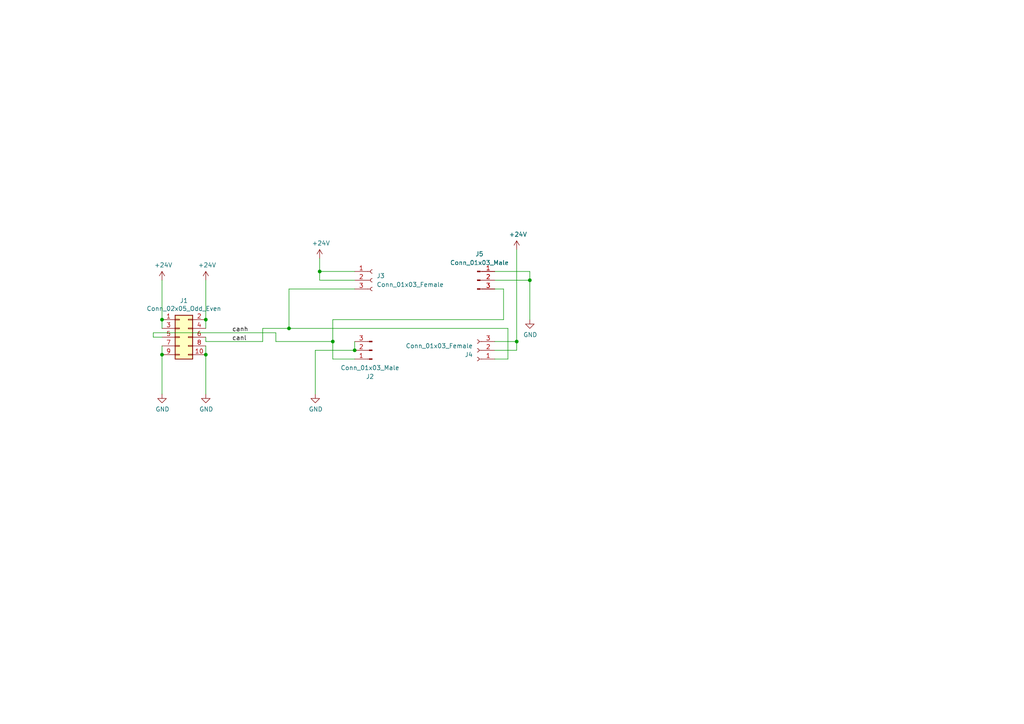
<source format=kicad_sch>
(kicad_sch (version 20211123) (generator eeschema)
  (paper "A4")
  (lib_symbols
    (symbol "Connector:Conn_01x03_Female" (pin_names (offset 1.016) hide)
      (property "Reference" "J" (at 0 5.08 0))
      (property "Value" "Conn_01x03_Female" (at 0 -5.08 0))
      (symbol "Conn_01x03_Female_1_1"
        (arc (start 0 -2.032) (mid -0.508 -2.54) (end 0 -3.048) (stroke (width 0.1524)))
        (polyline (pts (xy -1.27 -2.54) (xy -0.508 -2.54)) (stroke (width 0.1524)))
        (polyline (pts (xy -1.27 0) (xy -0.508 0)) (stroke (width 0.1524)))
        (polyline (pts (xy -1.27 2.54) (xy -0.508 2.54)) (stroke (width 0.1524)))
        (arc (start 0 0.508) (mid -0.508 0) (end 0 -0.508) (stroke (width 0.1524)))
        (arc (start 0 3.048) (mid -0.508 2.54) (end 0 2.032) (stroke (width 0.1524)))
        (pin passive line (at -5.08 2.54 0) (length 3.81) (name "Pin_1") (number "1"))
        (pin passive line (at -5.08 0 0) (length 3.81) (name "Pin_2") (number "2"))
        (pin passive line (at -5.08 -2.54 0) (length 3.81) (name "Pin_3") (number "3"))
      )
    )
    (symbol "Connector:Conn_01x03_Male" (pin_names (offset 1.016) hide)
      (property "Reference" "J" (at 0 5.08 0))
      (property "Value" "Conn_01x03_Male" (at 0 -5.08 0))
      (symbol "Conn_01x03_Male_1_1"
        (polyline (pts (xy 1.27 -2.54) (xy 0.8636 -2.54)) (stroke (width 0.1524)))
        (polyline (pts (xy 1.27 0) (xy 0.8636 0)) (stroke (width 0.1524)))
        (polyline (pts (xy 1.27 2.54) (xy 0.8636 2.54)) (stroke (width 0.1524)))
        (rectangle (start 0.8636 -2.413) (end 0 -2.667) (stroke (width 0.1524)) (fill (type outline)))
        (rectangle (start 0.8636 0.127) (end 0 -0.127) (stroke (width 0.1524)) (fill (type outline)))
        (rectangle (start 0.8636 2.667) (end 0 2.413) (stroke (width 0.1524)) (fill (type outline)))
        (pin passive line (at 5.08 2.54 180) (length 3.81) (name "Pin_1") (number "1"))
        (pin passive line (at 5.08 0 180) (length 3.81) (name "Pin_2") (number "2"))
        (pin passive line (at 5.08 -2.54 180) (length 3.81) (name "Pin_3") (number "3"))
      )
    )
    (symbol "Connector_Generic:Conn_02x05_Odd_Even" (pin_names (offset 1.016) hide)
      (property "Reference" "J" (at 1.27 7.62 0))
      (property "Value" "Conn_02x05_Odd_Even" (at 1.27 -7.62 0))
      (symbol "Conn_02x05_Odd_Even_1_1"
        (rectangle (start -1.27 -4.953) (end 0 -5.207) (stroke (width 0.1524)))
        (rectangle (start -1.27 -2.413) (end 0 -2.667) (stroke (width 0.1524)))
        (rectangle (start -1.27 0.127) (end 0 -0.127) (stroke (width 0.1524)))
        (rectangle (start -1.27 2.667) (end 0 2.413) (stroke (width 0.1524)))
        (rectangle (start -1.27 5.207) (end 0 4.953) (stroke (width 0.1524)))
        (rectangle (start -1.27 6.35) (end 3.81 -6.35) (stroke (width 0.254)) (fill (type background)))
        (rectangle (start 3.81 -4.953) (end 2.54 -5.207) (stroke (width 0.1524)))
        (rectangle (start 3.81 -2.413) (end 2.54 -2.667) (stroke (width 0.1524)))
        (rectangle (start 3.81 0.127) (end 2.54 -0.127) (stroke (width 0.1524)))
        (rectangle (start 3.81 2.667) (end 2.54 2.413) (stroke (width 0.1524)))
        (rectangle (start 3.81 5.207) (end 2.54 4.953) (stroke (width 0.1524)))
        (pin passive line (at -5.08 5.08 0) (length 3.81) (name "Pin_1") (number "1"))
        (pin passive line (at 7.62 -5.08 180) (length 3.81) (name "Pin_10") (number "10"))
        (pin passive line (at 7.62 5.08 180) (length 3.81) (name "Pin_2") (number "2"))
        (pin passive line (at -5.08 2.54 0) (length 3.81) (name "Pin_3") (number "3"))
        (pin passive line (at 7.62 2.54 180) (length 3.81) (name "Pin_4") (number "4"))
        (pin passive line (at -5.08 0 0) (length 3.81) (name "Pin_5") (number "5"))
        (pin passive line (at 7.62 0 180) (length 3.81) (name "Pin_6") (number "6"))
        (pin passive line (at -5.08 -2.54 0) (length 3.81) (name "Pin_7") (number "7"))
        (pin passive line (at 7.62 -2.54 180) (length 3.81) (name "Pin_8") (number "8"))
        (pin passive line (at -5.08 -5.08 0) (length 3.81) (name "Pin_9") (number "9"))
      )
    )
    (symbol "power:+24V" (power) (pin_names (offset 0))
      (property "Value" "+24V" (at 0 3.556 0))
      (symbol "+24V_0_1"
        (polyline (pts (xy -0.762 1.27) (xy 0 2.54)))
        (polyline (pts (xy 0 0) (xy 0 2.54)))
        (polyline (pts (xy 0 2.54) (xy 0.762 1.27)))
      )
      (symbol "+24V_1_1"
        (pin power_in line (at 0 0 90) (length 0) hide (name "+24V") (number "1"))
      )
    )
    (symbol "power:GND" (power) (pin_names (offset 0))
      (property "Value" "GND" (at 0 -3.81 0))
      (symbol "GND_0_1"
        (polyline (pts (xy 0 0) (xy 0 -1.27) (xy 1.27 -1.27) (xy 0 -2.54) (xy -1.27 -1.27) (xy 0 -1.27)))
      )
      (symbol "GND_1_1"
        (pin power_in line (at 0 0 270) (length 0) hide (name "GND") (number "1"))
      )
    )
  )
  (junction (at 149.86 99.06))
  (junction (at 96.52 99.06))
  (junction (at 46.99 92.71))
  (junction (at 102.87 101.6))
  (junction (at 59.69 92.71))
  (junction (at 153.67 81.28))
  (junction (at 59.69 102.87))
  (junction (at 46.99 102.87))
  (junction (at 92.71 78.74))
  (junction (at 83.82 95.25))
  (wire (pts (xy 92.71 78.74) (xy 92.71 81.28)))
  (wire (pts (xy 83.82 83.82) (xy 83.82 95.25)))
  (wire (pts (xy 143.51 78.74) (xy 153.67 78.74)))
  (wire (pts (xy 143.51 99.06) (xy 149.86 99.06)))
  (wire (pts (xy 44.45 97.79) (xy 46.99 97.79)))
  (wire (pts (xy 96.52 99.06) (xy 96.52 104.14)))
  (wire (pts (xy 92.71 74.93) (xy 92.71 78.74)))
  (wire (pts (xy 153.67 81.28) (xy 153.67 92.71)))
  (wire (pts (xy 153.67 78.74) (xy 153.67 81.28)))
  (wire (pts (xy 149.86 99.06) (xy 149.86 101.6)))
  (wire (pts (xy 59.69 102.87) (xy 59.69 114.3)))
  (wire (pts (xy 92.71 78.74) (xy 102.87 78.74)))
  (wire (pts (xy 59.69 95.25) (xy 59.69 92.71)))
  (wire (pts (xy 96.52 92.71) (xy 96.52 99.06)))
  (wire (pts (xy 59.69 92.71) (xy 59.69 81.28)))
  (wire (pts (xy 44.45 96.52) (xy 80.01 96.52)))
  (wire (pts (xy 46.99 92.71) (xy 46.99 81.28)))
  (wire (pts (xy 76.2 99.06) (xy 76.2 95.25)))
  (wire (pts (xy 83.82 83.82) (xy 102.87 83.82)))
  (wire (pts (xy 143.51 104.14) (xy 147.32 104.14)))
  (wire (pts (xy 44.45 96.52) (xy 44.45 97.79)))
  (wire (pts (xy 92.71 81.28) (xy 102.87 81.28)))
  (wire (pts (xy 46.99 100.33) (xy 46.99 102.87)))
  (wire (pts (xy 143.51 81.28) (xy 153.67 81.28)))
  (wire (pts (xy 80.01 99.06) (xy 80.01 96.52)))
  (wire (pts (xy 59.69 97.79) (xy 59.69 99.06)))
  (wire (pts (xy 143.51 83.82) (xy 146.05 83.82)))
  (wire (pts (xy 91.44 101.6) (xy 91.44 114.3)))
  (wire (pts (xy 46.99 102.87) (xy 46.99 114.3)))
  (wire (pts (xy 149.86 72.39) (xy 149.86 99.06)))
  (wire (pts (xy 91.44 101.6) (xy 102.87 101.6)))
  (wire (pts (xy 46.99 95.25) (xy 46.99 92.71)))
  (wire (pts (xy 76.2 95.25) (xy 83.82 95.25)))
  (wire (pts (xy 59.69 100.33) (xy 59.69 102.87)))
  (wire (pts (xy 59.69 99.06) (xy 76.2 99.06)))
  (wire (pts (xy 83.82 95.25) (xy 147.32 95.25)))
  (wire (pts (xy 102.87 104.14) (xy 96.52 104.14)))
  (wire (pts (xy 146.05 83.82) (xy 146.05 92.71)))
  (wire (pts (xy 96.52 92.71) (xy 146.05 92.71)))
  (wire (pts (xy 143.51 101.6) (xy 149.86 101.6)))
  (wire (pts (xy 147.32 95.25) (xy 147.32 104.14)))
  (wire (pts (xy 96.52 99.06) (xy 80.01 99.06)))
  (wire (pts (xy 102.87 99.06) (xy 102.87 101.6)))
  (label "canl" (at 67.31 99.06 0))
  (label "canh" (at 67.31 96.52 0))
  (symbol (lib_id "Connector_Generic:Conn_02x05_Odd_Even") (at 52.07 97.79 0) (unit 1)
    (property "Reference" "J1" (at 53.34 87.1982 0))
    (property "Value" "Conn_02x05_Odd_Even" (at 53.34 89.5096 0))
    (property "Footprint" "Connector_PinHeader_2.54mm:PinHeader_2x05_P2.54mm_Vertical" (effects hide))
  )
  (symbol (lib_id "power:+24V") (at 149.86 72.39 0) (unit 1)
    (property "Reference" "#PWR0105" (effects hide))
    (property "Value" "+24V" (at 150.241 67.9958 0))
  )
  (symbol (lib_id "power:+24V") (at 92.71 74.93 0) (unit 1)
    (property "Reference" "#PWR0106" (effects hide))
    (property "Value" "+24V" (at 93.091 70.5358 0))
  )
  (symbol (lib_id "power:GND") (at 153.67 92.71 0) (unit 1)
    (property "Reference" "#PWR0107" (effects hide))
    (property "Value" "GND" (at 153.797 97.1042 0))
  )
  (symbol (lib_id "power:GND") (at 91.44 114.3 0) (unit 1)
    (property "Reference" "#PWR0108" (effects hide))
    (property "Value" "GND" (at 91.567 118.6942 0))
  )
  (symbol (lib_id "power:GND") (at 59.69 114.3 0) (unit 1)
    (property "Reference" "#PWR0101" (effects hide))
    (property "Value" "GND" (at 59.817 118.6942 0))
  )
  (symbol (lib_id "power:GND") (at 46.99 114.3 0) (unit 1)
    (property "Reference" "#PWR0102" (effects hide))
    (property "Value" "GND" (at 47.117 118.6942 0))
  )
  (symbol (lib_id "power:+24V") (at 59.69 81.28 0) (unit 1)
    (property "Reference" "#PWR0103" (effects hide))
    (property "Value" "+24V" (at 60.071 76.8858 0))
  )
  (symbol (lib_id "power:+24V") (at 46.99 81.28 0) (unit 1)
    (property "Reference" "#PWR0104" (effects hide))
    (property "Value" "+24V" (at 47.371 76.8858 0))
  )
  (symbol (lib_id "Connector:Conn_01x03_Male") (at 107.95 101.6 180) (unit 1)
    (property "Reference" "J2" (at 107.315 109.22 0))
    (property "Value" "Conn_01x03_Male" (at 107.315 106.68 0))
    (property "Footprint" "Connector_PinHeader_2.54mm:PinHeader_1x03_P2.54mm_Vertical_SMD_Pin1Left" (effects hide))
  )
  (symbol (lib_id "Connector:Conn_01x03_Female") (at 107.95 81.28 0) (unit 1)
    (property "Reference" "J3" (at 109.22 80.0099 0) (effects (justify left)))
    (property "Value" "Conn_01x03_Female" (at 109.22 82.5499 0) (effects (justify left)))
    (property "Footprint" "Connector_PinHeader_2.54mm:PinHeader_1x03_P2.54mm_Vertical_SMD_Pin1Left" (effects hide))
  )
  (symbol (lib_id "Connector:Conn_01x03_Female") (at 138.43 101.6 180) (unit 1)
    (property "Reference" "J4" (at 137.16 102.8701 0) (effects (justify left)))
    (property "Value" "Conn_01x03_Female" (at 137.16 100.3301 0) (effects (justify left)))
    (property "Footprint" "Connector_PinHeader_2.54mm:PinHeader_1x03_P2.54mm_Vertical_SMD_Pin1Left" (effects hide))
  )
  (symbol (lib_id "Connector:Conn_01x03_Male") (at 138.43 81.28 0) (unit 1)
    (property "Reference" "J5" (at 139.065 73.66 0))
    (property "Value" "Conn_01x03_Male" (at 139.065 76.2 0))
    (property "Footprint" "Connector_PinHeader_2.54mm:PinHeader_1x03_P2.54mm_Vertical_SMD_Pin1Left" (effects hide))
  )
)
</source>
